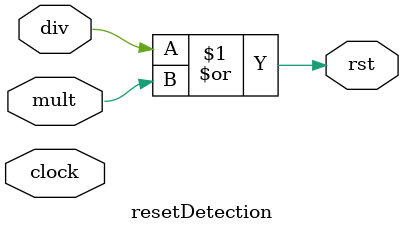
<source format=v>
module resetDetection(
    output rst,
    input div, mult, clock);

    assign rst = div | mult;

endmodule

</source>
